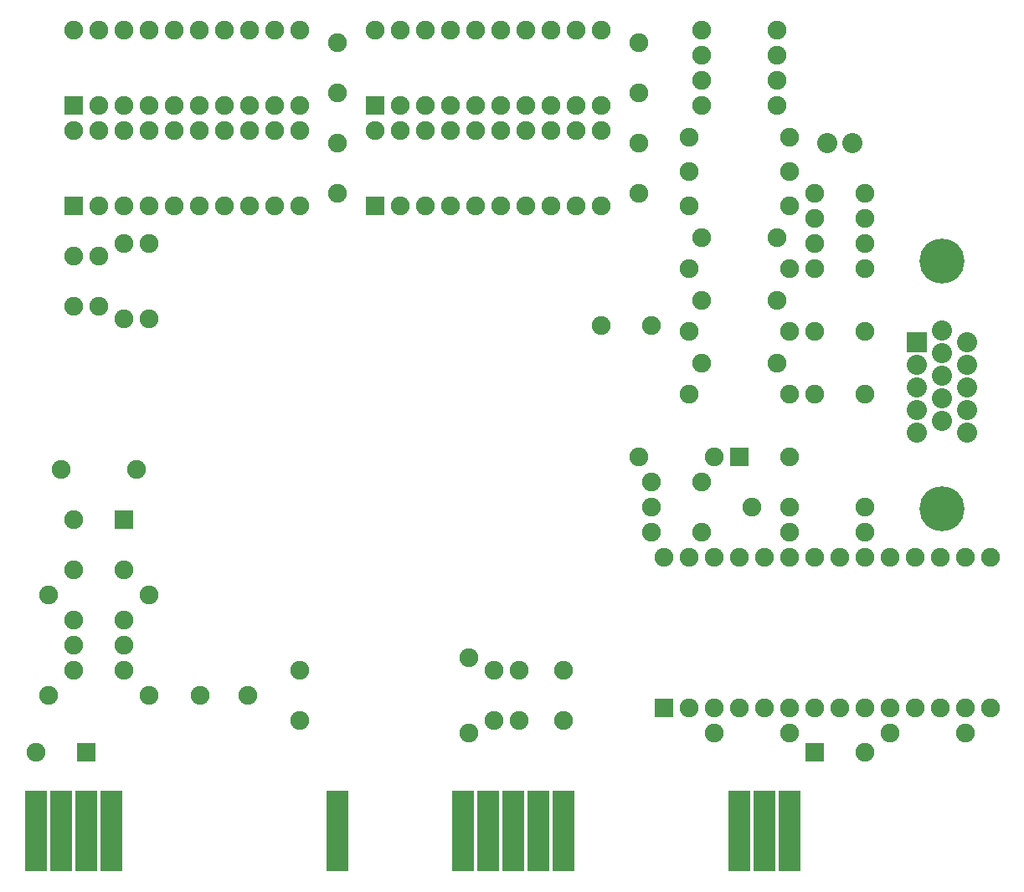
<source format=gbs>
G04 #@! TF.FileFunction,Soldermask,Bot*
%FSLAX46Y46*%
G04 Gerber Fmt 4.6, Leading zero omitted, Abs format (unit mm)*
G04 Created by KiCad (PCBNEW 4.0.2-stable) date 4/22/2016 8:04:33 PM*
%MOMM*%
G01*
G04 APERTURE LIST*
%ADD10C,0.150000*%
%ADD11R,1.905000X1.905000*%
%ADD12C,1.905000*%
%ADD13R,2.286000X8.128000*%
%ADD14C,4.556760*%
%ADD15R,2.032000X2.032000*%
%ADD16C,2.032000*%
%ADD17O,2.032000X2.032000*%
G04 APERTURE END LIST*
D10*
D11*
X167640000Y-118110000D03*
D12*
X170180000Y-118110000D03*
X172720000Y-118110000D03*
X175260000Y-118110000D03*
X177800000Y-118110000D03*
X180340000Y-118110000D03*
X182880000Y-118110000D03*
X185420000Y-118110000D03*
X187960000Y-118110000D03*
X190500000Y-118110000D03*
X193040000Y-118110000D03*
X195580000Y-118110000D03*
X198120000Y-118110000D03*
X200660000Y-118110000D03*
X200660000Y-102870000D03*
X198120000Y-102870000D03*
X195580000Y-102870000D03*
X193040000Y-102870000D03*
X190500000Y-102870000D03*
X187960000Y-102870000D03*
X185420000Y-102870000D03*
X182880000Y-102870000D03*
X180340000Y-102870000D03*
X177800000Y-102870000D03*
X175260000Y-102870000D03*
X172720000Y-102870000D03*
X170180000Y-102870000D03*
X167640000Y-102870000D03*
X113030000Y-78740000D03*
X113030000Y-71120000D03*
X171450000Y-52070000D03*
X179070000Y-52070000D03*
X179070000Y-57150000D03*
X171450000Y-57150000D03*
X180340000Y-120650000D03*
X172720000Y-120650000D03*
X171450000Y-54610000D03*
X179070000Y-54610000D03*
X165100000Y-92710000D03*
X172720000Y-92710000D03*
X171450000Y-70485000D03*
X179070000Y-70485000D03*
X171450000Y-76835000D03*
X179070000Y-76835000D03*
X171450000Y-83185000D03*
X179070000Y-83185000D03*
X147955000Y-120650000D03*
X147955000Y-113030000D03*
X115570000Y-78740000D03*
X115570000Y-71120000D03*
X198120000Y-120650000D03*
X190500000Y-120650000D03*
X187960000Y-97790000D03*
X180340000Y-97790000D03*
X187960000Y-100330000D03*
X180340000Y-100330000D03*
X171450000Y-49530000D03*
X179070000Y-49530000D03*
X106680000Y-93980000D03*
X114300000Y-93980000D03*
D11*
X138430000Y-57150000D03*
D12*
X140970000Y-57150000D03*
X143510000Y-57150000D03*
X146050000Y-57150000D03*
X148590000Y-57150000D03*
X151130000Y-57150000D03*
X153670000Y-57150000D03*
X156210000Y-57150000D03*
X158750000Y-57150000D03*
X161290000Y-57150000D03*
X161290000Y-49530000D03*
X158750000Y-49530000D03*
X156210000Y-49530000D03*
X153670000Y-49530000D03*
X151130000Y-49530000D03*
X148590000Y-49530000D03*
X146050000Y-49530000D03*
X143510000Y-49530000D03*
X140970000Y-49530000D03*
X138430000Y-49530000D03*
D11*
X107950000Y-57150000D03*
D12*
X110490000Y-57150000D03*
X113030000Y-57150000D03*
X115570000Y-57150000D03*
X118110000Y-57150000D03*
X120650000Y-57150000D03*
X123190000Y-57150000D03*
X125730000Y-57150000D03*
X128270000Y-57150000D03*
X130810000Y-57150000D03*
X130810000Y-49530000D03*
X128270000Y-49530000D03*
X125730000Y-49530000D03*
X123190000Y-49530000D03*
X120650000Y-49530000D03*
X118110000Y-49530000D03*
X115570000Y-49530000D03*
X113030000Y-49530000D03*
X110490000Y-49530000D03*
X107950000Y-49530000D03*
D11*
X138430000Y-67310000D03*
D12*
X140970000Y-67310000D03*
X143510000Y-67310000D03*
X146050000Y-67310000D03*
X148590000Y-67310000D03*
X151130000Y-67310000D03*
X153670000Y-67310000D03*
X156210000Y-67310000D03*
X158750000Y-67310000D03*
X161290000Y-67310000D03*
X161290000Y-59690000D03*
X158750000Y-59690000D03*
X156210000Y-59690000D03*
X153670000Y-59690000D03*
X151130000Y-59690000D03*
X148590000Y-59690000D03*
X146050000Y-59690000D03*
X143510000Y-59690000D03*
X140970000Y-59690000D03*
X138430000Y-59690000D03*
D11*
X107950000Y-67310000D03*
D12*
X110490000Y-67310000D03*
X113030000Y-67310000D03*
X115570000Y-67310000D03*
X118110000Y-67310000D03*
X120650000Y-67310000D03*
X123190000Y-67310000D03*
X125730000Y-67310000D03*
X128270000Y-67310000D03*
X130810000Y-67310000D03*
X130810000Y-59690000D03*
X128270000Y-59690000D03*
X125730000Y-59690000D03*
X123190000Y-59690000D03*
X120650000Y-59690000D03*
X118110000Y-59690000D03*
X115570000Y-59690000D03*
X113030000Y-59690000D03*
X110490000Y-59690000D03*
X107950000Y-59690000D03*
D11*
X113030000Y-99060000D03*
D12*
X107950000Y-99060000D03*
X161290000Y-79375000D03*
X166370000Y-79375000D03*
X166370000Y-100330000D03*
X171450000Y-100330000D03*
X165100000Y-66040000D03*
X165100000Y-60960000D03*
X134620000Y-66040000D03*
X134620000Y-60960000D03*
X134620000Y-55880000D03*
X134620000Y-50800000D03*
X113030000Y-104140000D03*
X107950000Y-104140000D03*
X113030000Y-109220000D03*
X107950000Y-109220000D03*
X166370000Y-95250000D03*
X171450000Y-95250000D03*
X107950000Y-114300000D03*
X113030000Y-114300000D03*
X113030000Y-111760000D03*
X107950000Y-111760000D03*
X182880000Y-71120000D03*
X187960000Y-71120000D03*
X157480000Y-114300000D03*
X157480000Y-119380000D03*
X153035000Y-114300000D03*
X153035000Y-119380000D03*
X150495000Y-114300000D03*
X150495000Y-119380000D03*
X107950000Y-72390000D03*
X107950000Y-77470000D03*
X110490000Y-72390000D03*
X110490000Y-77470000D03*
X182880000Y-73660000D03*
X187960000Y-73660000D03*
X182880000Y-86360000D03*
X187960000Y-86360000D03*
D13*
X180340000Y-130492500D03*
X177800000Y-130492500D03*
X175260000Y-130492500D03*
X157480000Y-130492500D03*
X154940000Y-130492500D03*
X152400000Y-130492500D03*
X149860000Y-130492500D03*
X147320000Y-130492500D03*
X134620000Y-130492500D03*
X111760000Y-130492500D03*
X109220000Y-130492500D03*
X106680000Y-130492500D03*
X104140000Y-130492500D03*
D14*
X195765420Y-97889060D03*
X195765420Y-72900540D03*
D15*
X193225420Y-81053940D03*
D16*
X193225420Y-83345020D03*
X193225420Y-85643720D03*
X193225420Y-87934800D03*
X193225420Y-90225880D03*
X195765420Y-86789260D03*
X195765420Y-84500720D03*
X195765420Y-82209640D03*
X195765420Y-79918560D03*
X195765420Y-89080340D03*
X198305420Y-81053940D03*
X198305420Y-83345020D03*
X198305420Y-85643720D03*
X198305420Y-87934800D03*
X198305420Y-90225880D03*
D12*
X125630940Y-116840000D03*
X120749060Y-116840000D03*
X165100000Y-55880000D03*
X165100000Y-50800000D03*
X130810000Y-114300000D03*
X130810000Y-119380000D03*
D11*
X109220000Y-122555000D03*
D12*
X104140000Y-122555000D03*
D11*
X182880000Y-122555000D03*
D12*
X187960000Y-122555000D03*
D11*
X175260000Y-92710000D03*
D12*
X180340000Y-92710000D03*
X182880000Y-80010000D03*
X187960000Y-80010000D03*
X182880000Y-68580000D03*
X187960000Y-68580000D03*
X182880000Y-66040000D03*
X187960000Y-66040000D03*
D17*
X184150000Y-60960000D03*
D16*
X186690000Y-60960000D03*
D12*
X170180000Y-73660000D03*
X180340000Y-73660000D03*
X170180000Y-80010000D03*
X180340000Y-80010000D03*
X170180000Y-86360000D03*
X180340000Y-86360000D03*
X180340000Y-60325000D03*
X170180000Y-60325000D03*
X180340000Y-63817500D03*
X170180000Y-63817500D03*
X180340000Y-67310000D03*
X170180000Y-67310000D03*
X115570000Y-106680000D03*
X105410000Y-106680000D03*
X105410000Y-116840000D03*
X115570000Y-116840000D03*
X166370000Y-97790000D03*
X176530000Y-97790000D03*
M02*

</source>
